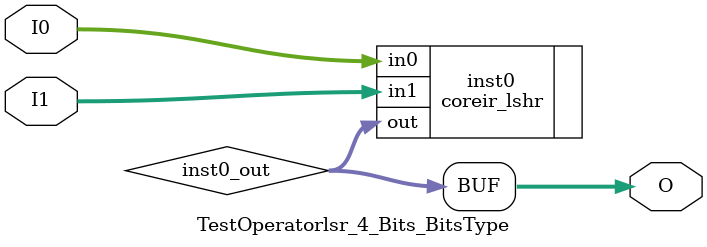
<source format=v>
module TestOperatorlsr_4_Bits_BitsType (input [3:0] I0, input [3:0] I1, output [3:0] O);
wire [3:0] inst0_out;
coreir_lshr inst0 (.in0(I0), .in1(I1), .out(inst0_out));
assign O = inst0_out;
endmodule


</source>
